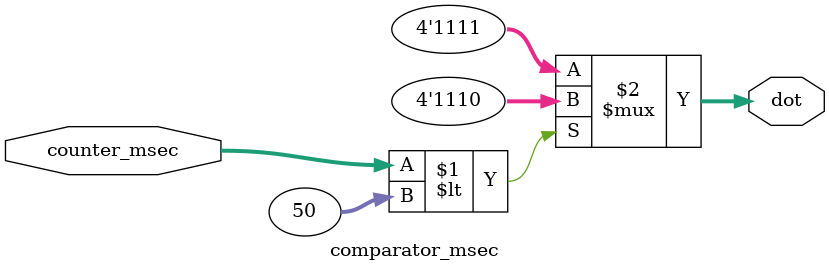
<source format=v>
`timescale 1ns / 1ps

module fnd_controller(
    input clk, reset,
    input [6:0] msec, 
    input [5:0] sec, min, 
    input [4:0] hour,
    input sw_mode,
    output [7:0] fnd_font,
    output [3:0] fnd_comm
);

    wire [3:0] w_bcd;

    wire [2:0] w_seg_sel;
    
    wire [3:0] w_digit_msec_1, w_digit_msec_10,
               w_digit_sec_1, w_digit_sec_10,
               w_digit_min_1, w_digit_min_10,
               w_digit_hour_1, w_digit_hour_10;

    wire [3:0] w_msec_sec;
    wire [3:0] w_min_hour;

    wire clk_100hz;

    wire [3:0] w_dot;

    // instance
    clk_divider U_clk_divider(.clk(clk), .reset(reset), .o_clk(clk_100hz));

    counter_8 U_Counter_8(.clk(clk_100hz), .reset(reset), .o_sel(w_seg_sel));

    decoder_3x8 U_decoder_3x8(
        .seg_sel(w_seg_sel), 
        .seg_comm(fnd_comm)
    );

    digit_splitter#(.BIT_WIDTH(7)) U_Msec_ds(
        .bcd(msec), 
        .digit_1(w_digit_msec_1), 
        .digit_10(w_digit_msec_10)
    );

    digit_splitter#(.BIT_WIDTH(6)) U_Sec_ds(
        .bcd(sec), 
        .digit_1(w_digit_sec_1), 
        .digit_10(w_digit_sec_10)
    );

    digit_splitter#(.BIT_WIDTH(6)) U_Min_ds(
        .bcd(min), 
        .digit_1(w_digit_min_1), 
        .digit_10(w_digit_min_10)
    );

    digit_splitter#(.BIT_WIDTH(5)) U_Hour_ds(
        .bcd(hour), 
        .digit_1(w_digit_hour_1), 
        .digit_10(w_digit_hour_10)
    );

    mux_8x1 U_Mux_8x1_Msec_Sec (
        .sel(w_seg_sel),
        .x0(w_digit_msec_1),
        .x1(w_digit_msec_10),
        .x2(w_digit_sec_1),
        .x3(w_digit_sec_10),
        .x4(4'hF),
        .x5(4'hF),
        .x6(w_dot),
        .x7(4'hF),
        .y(w_msec_sec)
    );

    mux_8x1 U_Mux_8x1_Min_Hour (
        .sel(w_seg_sel),
        .x0(w_digit_min_1),
        .x1(w_digit_min_10),
        .x2(w_digit_hour_1),
        .x3(w_digit_hour_10),
        .x4(4'hF),
        .x5(4'hF),
        .x6(w_dot),
        .x7(4'hF),
        .y(w_min_hour)
    );

    mux_2x1 U_Mux_2x1_Mode(
        .sw_mode(sw_mode),
        .msec_sec(w_msec_sec),
        .min_hour(w_min_hour),
        .bcd(w_bcd)
    );

    comparator_msec U_Comp_dot(
        .counter_msec(msec), 
        .dot(w_dot)
    );


    // dot_on_off U_Dot_on_off(
    // .counter_msec(msec), 
    // .clk(clk), 
    // .reset(reset),
    // .dot(w_dot)
    // );


    // mux_4x1 U_Mux_4x1_msec_sec (
    //     .bcd(w_bcd),
    //     .sel(w_seg_sel), 
    //     .digit_1(w_digit_msec_1), 
    //     .digit_10(w_digit_msec_10), 
    //     .digit_100(w_digit_sec_1), 
    //     .digit_1000(w_digit_sec_10)
    // );


    //assign seg_comm = 4'b1110; // segment 0의 자리 on, seg는 anode type
    bcdtoseg U_bcdtoseg(
        .bcd(w_bcd), // [3:0] sum값
        .seg(fnd_font),
        .dot(w_dot)
        );

   // assign seg_comm = 4'b0000;

    // always @(BTN) begin
    // case(BTN)
    // 2'b00: seg_comm = 4'b1110; //0이 켜지는 거래..
    // 2'b01: seg_comm = 4'b1101;
    // 2'b10: seg_comm = 4'b1011;
    // 2'b11: seg_comm = 4'b0111;
    // endcase
    // end

endmodule


module clk_divider(
    input clk,reset,
    output o_clk
);

    //parameter FCOUNT = 500_000; // 상수화 하기, 변수개념

    // $clog2 : 수를 나타내는데 필요한 비트수 계산
    reg [19:0] r_counter; //20비트 또는 19자리에 $clog2(1_000_000)하면 비트수 계산됨
    reg r_clk;
    
    assign o_clk = r_clk;
    
    always@(posedge clk, posedge reset) begin
        if(reset) begin
        r_counter <= 0; //non-blocking 구문
        r_clk <= 1'b0;
        end else begin
            if(r_counter == 99_999) begin // clock divide 계산, 100Mh -> 100hz
                r_counter <=0; //백만개를 셋을 때 r_counter로 보내기
                r_clk <= 1'b1; // r_clk : 0 -> 1
            end else begin
                r_counter <= r_counter + 1;
                r_clk <= 1'b0; // r_clk : 0으로 유지
            end
        end
    end
endmodule


module counter_8( //8진 카운터
    input clk, reset,
    output [2:0] o_sel
);

    reg [2:0] r_counter;
    assign o_sel = r_counter;

    always@(posedge clk, posedge reset) begin
        if(reset) begin
            r_counter <= 0;
        end else begin
            r_counter <= r_counter + 1; // 0 1 2 3 0 1 2 3 ... 
            // 조합논리와 다르게 edge만 체크함
            // 조합회로는 항상<=
        end
    end

endmodule


// 3x8
module decoder_3x8 (
    input [2:0] seg_sel,
    output reg [3:0] seg_comm
);

// 3x8 decoder
always @(seg_sel) begin
    case(seg_sel)
    3'b000:  seg_comm=4'b1110;
    3'b001:  seg_comm=4'b1101;
    3'b010:  seg_comm=4'b1011;
    3'b011:  seg_comm=4'b0111;
    3'b100:  seg_comm=4'b1110;
    3'b101:  seg_comm=4'b1101;
    3'b110:  seg_comm=4'b1011;
    3'b111:  seg_comm=4'b0111;
    default: seg_comm=4'b1111;
    endcase
end

endmodule

module digit_splitter #(parameter BIT_WIDTH = 7) (
    input [BIT_WIDTH -1:0] bcd,
    output [3:0] digit_1,
    output [3:0] digit_10
);

assign digit_1 = bcd % 10; //10의 1의 자리
assign digit_10 = bcd / 10 % 10; //10의 10의 자리


endmodule

// module digit_splitter_sec(
//     input [12:0] bcd_sec,
//     output [3:0] digit_100_sec,
//     output [3:0] digit_1000_sec
// );

// assign digit_100_sec = bcd_sec / 100 % 10; //10의 100의 자리
// assign digit_1000_sec = bcd_sec / 1000 % 10; //10의 1000의 자리

// endmodule

module mux_8x1(
    input [2:0] sel,
    input [3:0] x0,
    input [3:0] x1,
    input [3:0] x2,
    input [3:0] x3,
    input [3:0] x4,
    input [3:0] x5,
    input [3:0] x6,
    input [3:0] x7,
    output reg [3:0] y
);
    always @(*) begin
        case(sel)
            3'b000: y = x0;
            3'b001: y = x1;
            3'b010: y = x2;
            3'b011: y = x3;
            3'b100: y = x4;
            3'b101: y = x5;
            3'b110: y = x6;
            3'b111: y = x7;
            default: y = 4'hf;
        endcase

    end

endmodule

module mux_2x1(
    input sw_mode, 
    input [3:0] msec_sec, // 8비트에서 나온 4비트 값이기에 4비트로 선언
    input [3:0] min_hour,
    output reg [3:0] bcd
);
    always@(*)begin
    case(sw_mode)
        1'b0: begin bcd = msec_sec;  end // msec_sec
        1'b1: begin bcd = min_hour;  end // min_hour
        default: bcd = 4'hf;
    endcase
    end

endmodule


module bcdtoseg(
    input [3:0] bcd, //[3:0] sum값
    input dot,
    output reg [7:0] seg
);
    // always구문은 출력으로 wire가 될 수 없음. 항상 reg type을 가져야 한다. 
    always @(bcd) begin // 항상 대상이벤트를 감시
        
        case(bcd) //case문 안에서 assign문 사용안함
        4'h0: seg = 8'hc0; //8비트의 헥사c0값
        4'h1: seg = 8'hF9;
        4'h2: seg = 8'hA4;
        4'h3: seg = 8'hB0;
        4'h4: seg = 8'h99;
        4'h5: seg = 8'h92;
        4'h6: seg = 8'h82;
        4'h7: seg = 8'hf8;
        4'h8: seg = 8'h80;
        4'h9: seg = 8'h90;
        4'hA: seg = 8'h88;
        4'hB: seg = 8'h83;
        4'hC: seg = 8'hc6;
        4'hD: seg = 8'ha1;
        4'hE: seg = 8'h7f;
        4'hF: seg = 8'hff; // 7f : dot on  // ff : all segment off 
        default: seg = 8'hff;
        endcase
    end

endmodule


module comparator_msec (
    input [6:0] counter_msec, 
    output [3:0] dot
);
    assign dot = (counter_msec < 50) ? 4'he: 4'hf; // dot on, off
    
endmodule




</source>
